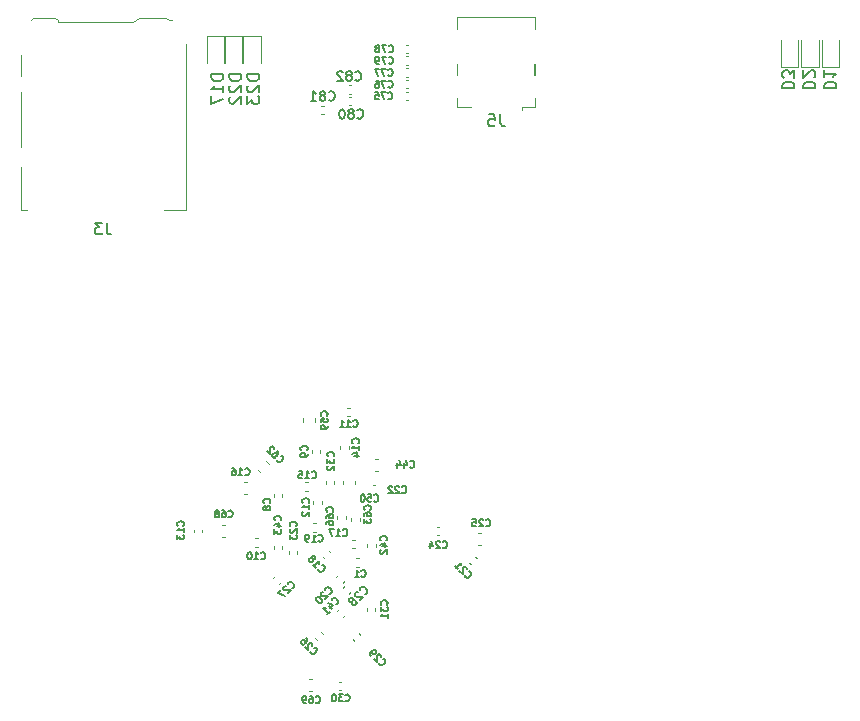
<source format=gbr>
%TF.GenerationSoftware,KiCad,Pcbnew,5.1.10-88a1d61d58~89~ubuntu20.04.1*%
%TF.CreationDate,2021-07-13T22:21:08+02:00*%
%TF.ProjectId,max80,6d617838-302e-46b6-9963-61645f706362,0.01*%
%TF.SameCoordinates,Original*%
%TF.FileFunction,Legend,Bot*%
%TF.FilePolarity,Positive*%
%FSLAX46Y46*%
G04 Gerber Fmt 4.6, Leading zero omitted, Abs format (unit mm)*
G04 Created by KiCad (PCBNEW 5.1.10-88a1d61d58~89~ubuntu20.04.1) date 2021-07-13 22:21:08*
%MOMM*%
%LPD*%
G01*
G04 APERTURE LIST*
%ADD10C,0.120000*%
%ADD11C,0.150000*%
G04 APERTURE END LIST*
D10*
%TO.C,J5*%
X153745000Y-48550000D02*
X153745000Y-48750000D01*
X153745000Y-48550000D02*
X154905000Y-48550000D01*
X148285000Y-40930000D02*
X148285000Y-41890000D01*
X148285000Y-44890000D02*
X148285000Y-45790000D01*
X148285000Y-47740000D02*
X148285000Y-48550000D01*
X148285000Y-48550000D02*
X149445000Y-48550000D01*
X154905000Y-48550000D02*
X154905000Y-47740000D01*
D11*
X154905000Y-45790000D02*
X154905000Y-44890000D01*
D10*
X154905000Y-41890000D02*
X154905000Y-40930000D01*
X148285000Y-40930000D02*
X154905000Y-40930000D01*
%TO.C,C44*%
X141329420Y-79330000D02*
X141610580Y-79330000D01*
X141329420Y-78310000D02*
X141610580Y-78310000D01*
%TO.C,J3*%
X121365000Y-40955000D02*
X120855000Y-41305000D01*
X123875000Y-41155000D02*
X124135000Y-41155000D01*
X123675000Y-40955000D02*
X123875000Y-41155000D01*
X114275000Y-40955000D02*
X114485000Y-41155000D01*
X114485000Y-41305000D02*
X114485000Y-41155000D01*
X114485000Y-41305000D02*
X120855000Y-41305000D01*
X111385000Y-45915000D02*
X111385000Y-44115000D01*
X111385000Y-51915000D02*
X111385000Y-47215000D01*
X112415000Y-40955000D02*
X112215000Y-41155000D01*
X112415000Y-40955000D02*
X114275000Y-40955000D01*
X123675000Y-40955000D02*
X121365000Y-40955000D01*
X111385000Y-57225000D02*
X111385000Y-53615000D01*
X111835000Y-57225000D02*
X111385000Y-57225000D01*
X125355000Y-57225000D02*
X125355000Y-43215000D01*
X123435000Y-57225000D02*
X125355000Y-57225000D01*
%TO.C,C82*%
X139317836Y-46670000D02*
X139102164Y-46670000D01*
X139317836Y-47390000D02*
X139102164Y-47390000D01*
%TO.C,C81*%
X137017836Y-48420000D02*
X136802164Y-48420000D01*
X137017836Y-49140000D02*
X136802164Y-49140000D01*
%TO.C,C80*%
X139317836Y-47650000D02*
X139102164Y-47650000D01*
X139317836Y-48370000D02*
X139102164Y-48370000D01*
%TO.C,C79*%
X144137836Y-44250000D02*
X143922164Y-44250000D01*
X144137836Y-44970000D02*
X143922164Y-44970000D01*
%TO.C,C78*%
X144137836Y-43250000D02*
X143922164Y-43250000D01*
X144137836Y-43970000D02*
X143922164Y-43970000D01*
%TO.C,C77*%
X144137836Y-45250000D02*
X143922164Y-45250000D01*
X144137836Y-45970000D02*
X143922164Y-45970000D01*
%TO.C,C76*%
X144137836Y-46240000D02*
X143922164Y-46240000D01*
X144137836Y-46960000D02*
X143922164Y-46960000D01*
%TO.C,C75*%
X144137836Y-47240000D02*
X143922164Y-47240000D01*
X144137836Y-47960000D02*
X143922164Y-47960000D01*
%TO.C,C62*%
X132350030Y-78718781D02*
X132151219Y-78519970D01*
X131628781Y-79440030D02*
X131429970Y-79241219D01*
%TO.C,C69*%
X136020580Y-96940000D02*
X135739420Y-96940000D01*
X136020580Y-97960000D02*
X135739420Y-97960000D01*
%TO.C,C68*%
X128680580Y-83930000D02*
X128399420Y-83930000D01*
X128680580Y-84950000D02*
X128399420Y-84950000D01*
%TO.C,C59*%
X136300000Y-75170580D02*
X136300000Y-74889420D01*
X135280000Y-75170580D02*
X135280000Y-74889420D01*
%TO.C,C50*%
X139640000Y-80440580D02*
X139640000Y-80159420D01*
X138620000Y-80440580D02*
X138620000Y-80159420D01*
%TO.C,C25*%
X150059420Y-85640000D02*
X150340580Y-85640000D01*
X150059420Y-84620000D02*
X150340580Y-84620000D01*
%TO.C,C16*%
X130490580Y-80240000D02*
X130209420Y-80240000D01*
X130490580Y-81260000D02*
X130209420Y-81260000D01*
%TO.C,C28*%
X138291104Y-91009779D02*
X138138601Y-91162282D01*
X138800221Y-91518896D02*
X138647718Y-91671399D01*
%TO.C,C43*%
X133480000Y-85907836D02*
X133480000Y-85692164D01*
X132760000Y-85907836D02*
X132760000Y-85692164D01*
%TO.C,C42*%
X141410000Y-85737836D02*
X141410000Y-85522164D01*
X140690000Y-85737836D02*
X140690000Y-85522164D01*
%TO.C,C41*%
X139108307Y-89740810D02*
X139260810Y-89588307D01*
X138599190Y-89231693D02*
X138751693Y-89079190D01*
%TO.C,C32*%
X137880000Y-80427836D02*
X137880000Y-80212164D01*
X137160000Y-80427836D02*
X137160000Y-80212164D01*
%TO.C,C31*%
X141340000Y-91157836D02*
X141340000Y-90942164D01*
X140620000Y-91157836D02*
X140620000Y-90942164D01*
%TO.C,C30*%
X138262164Y-97900000D02*
X138477836Y-97900000D01*
X138262164Y-97180000D02*
X138477836Y-97180000D01*
%TO.C,C29*%
X139435464Y-93564581D02*
X139587967Y-93717084D01*
X139944581Y-93055464D02*
X140097084Y-93207967D01*
%TO.C,C27*%
X133234581Y-88894536D02*
X133387084Y-88742033D01*
X132725464Y-88385419D02*
X132877967Y-88232916D01*
%TO.C,C26*%
X136920810Y-93111693D02*
X136768307Y-92959190D01*
X136411693Y-93620810D02*
X136259190Y-93468307D01*
%TO.C,C24*%
X146572164Y-84800000D02*
X146787836Y-84800000D01*
X146572164Y-84080000D02*
X146787836Y-84080000D01*
%TO.C,C23*%
X134020000Y-86142164D02*
X134020000Y-86357836D01*
X134740000Y-86142164D02*
X134740000Y-86357836D01*
%TO.C,C22*%
X141377836Y-80560000D02*
X141162164Y-80560000D01*
X141377836Y-81280000D02*
X141162164Y-81280000D01*
%TO.C,C21*%
X149299190Y-87098307D02*
X149451693Y-87250810D01*
X149808307Y-86589190D02*
X149960810Y-86741693D01*
%TO.C,C20*%
X138588307Y-88840810D02*
X138740810Y-88688307D01*
X138079190Y-88331693D02*
X138231693Y-88179190D01*
%TO.C,C19*%
X136122164Y-84480000D02*
X136337836Y-84480000D01*
X136122164Y-83760000D02*
X136337836Y-83760000D01*
%TO.C,C18*%
X136899190Y-86588307D02*
X137051693Y-86740810D01*
X137408307Y-86079190D02*
X137560810Y-86231693D01*
%TO.C,C17*%
X139627836Y-85180000D02*
X139412164Y-85180000D01*
X139627836Y-85900000D02*
X139412164Y-85900000D01*
%TO.C,C15*%
X135452164Y-81000000D02*
X135667836Y-81000000D01*
X135452164Y-80280000D02*
X135667836Y-80280000D01*
%TO.C,C14*%
X139110000Y-77477836D02*
X139110000Y-77262164D01*
X138390000Y-77477836D02*
X138390000Y-77262164D01*
%TO.C,C13*%
X126700000Y-84527836D02*
X126700000Y-84312164D01*
X125980000Y-84527836D02*
X125980000Y-84312164D01*
%TO.C,C12*%
X136820000Y-82137836D02*
X136820000Y-81922164D01*
X136100000Y-82137836D02*
X136100000Y-81922164D01*
%TO.C,C11*%
X139002164Y-74730000D02*
X139217836Y-74730000D01*
X139002164Y-74010000D02*
X139217836Y-74010000D01*
%TO.C,C10*%
X131192164Y-85750000D02*
X131407836Y-85750000D01*
X131192164Y-85030000D02*
X131407836Y-85030000D01*
%TO.C,C9*%
X136710000Y-77787836D02*
X136710000Y-77572164D01*
X135990000Y-77787836D02*
X135990000Y-77572164D01*
%TO.C,C8*%
X133480000Y-81507836D02*
X133480000Y-81292164D01*
X132760000Y-81507836D02*
X132760000Y-81292164D01*
%TO.C,C1*%
X139967836Y-86740000D02*
X139752164Y-86740000D01*
X139967836Y-87460000D02*
X139752164Y-87460000D01*
%TO.C,C66*%
X138130000Y-83162164D02*
X138130000Y-83377836D01*
X138850000Y-83162164D02*
X138850000Y-83377836D01*
%TO.C,C63*%
X140050000Y-83547836D02*
X140050000Y-83332164D01*
X139330000Y-83547836D02*
X139330000Y-83332164D01*
%TO.C,D23*%
X131655000Y-42505000D02*
X131655000Y-44790000D01*
X130185000Y-42505000D02*
X131655000Y-42505000D01*
X130185000Y-44790000D02*
X130185000Y-42505000D01*
%TO.C,D22*%
X130105000Y-42505000D02*
X130105000Y-44790000D01*
X128635000Y-42505000D02*
X130105000Y-42505000D01*
X128635000Y-44790000D02*
X128635000Y-42505000D01*
%TO.C,D17*%
X128555000Y-42505000D02*
X128555000Y-44790000D01*
X127085000Y-42505000D02*
X128555000Y-42505000D01*
X127085000Y-44790000D02*
X127085000Y-42505000D01*
%TO.C,D3*%
X175686100Y-45178600D02*
X175686100Y-42893600D01*
X177156100Y-45178600D02*
X175686100Y-45178600D01*
X177156100Y-42893600D02*
X177156100Y-45178600D01*
%TO.C,D2*%
X177436100Y-45178600D02*
X177436100Y-42893600D01*
X178906100Y-45178600D02*
X177436100Y-45178600D01*
X178906100Y-42893600D02*
X178906100Y-45178600D01*
%TO.C,D1*%
X179186100Y-45178600D02*
X179186100Y-42893600D01*
X180656100Y-45178600D02*
X179186100Y-45178600D01*
X180656100Y-42893600D02*
X180656100Y-45178600D01*
%TO.C,J5*%
D11*
X151928333Y-49142380D02*
X151928333Y-49856666D01*
X151975952Y-49999523D01*
X152071190Y-50094761D01*
X152214047Y-50142380D01*
X152309285Y-50142380D01*
X150975952Y-49142380D02*
X151452142Y-49142380D01*
X151499761Y-49618571D01*
X151452142Y-49570952D01*
X151356904Y-49523333D01*
X151118809Y-49523333D01*
X151023571Y-49570952D01*
X150975952Y-49618571D01*
X150928333Y-49713809D01*
X150928333Y-49951904D01*
X150975952Y-50047142D01*
X151023571Y-50094761D01*
X151118809Y-50142380D01*
X151356904Y-50142380D01*
X151452142Y-50094761D01*
X151499761Y-50047142D01*
%TO.C,C44*%
X144305714Y-79004285D02*
X144334285Y-79032857D01*
X144420000Y-79061428D01*
X144477142Y-79061428D01*
X144562857Y-79032857D01*
X144620000Y-78975714D01*
X144648571Y-78918571D01*
X144677142Y-78804285D01*
X144677142Y-78718571D01*
X144648571Y-78604285D01*
X144620000Y-78547142D01*
X144562857Y-78490000D01*
X144477142Y-78461428D01*
X144420000Y-78461428D01*
X144334285Y-78490000D01*
X144305714Y-78518571D01*
X143791428Y-78661428D02*
X143791428Y-79061428D01*
X143934285Y-78432857D02*
X144077142Y-78861428D01*
X143705714Y-78861428D01*
X143220000Y-78661428D02*
X143220000Y-79061428D01*
X143362857Y-78432857D02*
X143505714Y-78861428D01*
X143134285Y-78861428D01*
%TO.C,J3*%
X118618333Y-58317380D02*
X118618333Y-59031666D01*
X118665952Y-59174523D01*
X118761190Y-59269761D01*
X118904047Y-59317380D01*
X118999285Y-59317380D01*
X118237380Y-58317380D02*
X117618333Y-58317380D01*
X117951666Y-58698333D01*
X117808809Y-58698333D01*
X117713571Y-58745952D01*
X117665952Y-58793571D01*
X117618333Y-58888809D01*
X117618333Y-59126904D01*
X117665952Y-59222142D01*
X117713571Y-59269761D01*
X117808809Y-59317380D01*
X118094523Y-59317380D01*
X118189761Y-59269761D01*
X118237380Y-59222142D01*
%TO.C,C82*%
X139684285Y-46235714D02*
X139722380Y-46273809D01*
X139836666Y-46311904D01*
X139912857Y-46311904D01*
X140027142Y-46273809D01*
X140103333Y-46197619D01*
X140141428Y-46121428D01*
X140179523Y-45969047D01*
X140179523Y-45854761D01*
X140141428Y-45702380D01*
X140103333Y-45626190D01*
X140027142Y-45550000D01*
X139912857Y-45511904D01*
X139836666Y-45511904D01*
X139722380Y-45550000D01*
X139684285Y-45588095D01*
X139227142Y-45854761D02*
X139303333Y-45816666D01*
X139341428Y-45778571D01*
X139379523Y-45702380D01*
X139379523Y-45664285D01*
X139341428Y-45588095D01*
X139303333Y-45550000D01*
X139227142Y-45511904D01*
X139074761Y-45511904D01*
X138998571Y-45550000D01*
X138960476Y-45588095D01*
X138922380Y-45664285D01*
X138922380Y-45702380D01*
X138960476Y-45778571D01*
X138998571Y-45816666D01*
X139074761Y-45854761D01*
X139227142Y-45854761D01*
X139303333Y-45892857D01*
X139341428Y-45930952D01*
X139379523Y-46007142D01*
X139379523Y-46159523D01*
X139341428Y-46235714D01*
X139303333Y-46273809D01*
X139227142Y-46311904D01*
X139074761Y-46311904D01*
X138998571Y-46273809D01*
X138960476Y-46235714D01*
X138922380Y-46159523D01*
X138922380Y-46007142D01*
X138960476Y-45930952D01*
X138998571Y-45892857D01*
X139074761Y-45854761D01*
X138617619Y-45588095D02*
X138579523Y-45550000D01*
X138503333Y-45511904D01*
X138312857Y-45511904D01*
X138236666Y-45550000D01*
X138198571Y-45588095D01*
X138160476Y-45664285D01*
X138160476Y-45740476D01*
X138198571Y-45854761D01*
X138655714Y-46311904D01*
X138160476Y-46311904D01*
%TO.C,C81*%
X137424285Y-47905714D02*
X137462380Y-47943809D01*
X137576666Y-47981904D01*
X137652857Y-47981904D01*
X137767142Y-47943809D01*
X137843333Y-47867619D01*
X137881428Y-47791428D01*
X137919523Y-47639047D01*
X137919523Y-47524761D01*
X137881428Y-47372380D01*
X137843333Y-47296190D01*
X137767142Y-47220000D01*
X137652857Y-47181904D01*
X137576666Y-47181904D01*
X137462380Y-47220000D01*
X137424285Y-47258095D01*
X136967142Y-47524761D02*
X137043333Y-47486666D01*
X137081428Y-47448571D01*
X137119523Y-47372380D01*
X137119523Y-47334285D01*
X137081428Y-47258095D01*
X137043333Y-47220000D01*
X136967142Y-47181904D01*
X136814761Y-47181904D01*
X136738571Y-47220000D01*
X136700476Y-47258095D01*
X136662380Y-47334285D01*
X136662380Y-47372380D01*
X136700476Y-47448571D01*
X136738571Y-47486666D01*
X136814761Y-47524761D01*
X136967142Y-47524761D01*
X137043333Y-47562857D01*
X137081428Y-47600952D01*
X137119523Y-47677142D01*
X137119523Y-47829523D01*
X137081428Y-47905714D01*
X137043333Y-47943809D01*
X136967142Y-47981904D01*
X136814761Y-47981904D01*
X136738571Y-47943809D01*
X136700476Y-47905714D01*
X136662380Y-47829523D01*
X136662380Y-47677142D01*
X136700476Y-47600952D01*
X136738571Y-47562857D01*
X136814761Y-47524761D01*
X135900476Y-47981904D02*
X136357619Y-47981904D01*
X136129047Y-47981904D02*
X136129047Y-47181904D01*
X136205238Y-47296190D01*
X136281428Y-47372380D01*
X136357619Y-47410476D01*
%TO.C,C80*%
X139844285Y-49425714D02*
X139882380Y-49463809D01*
X139996666Y-49501904D01*
X140072857Y-49501904D01*
X140187142Y-49463809D01*
X140263333Y-49387619D01*
X140301428Y-49311428D01*
X140339523Y-49159047D01*
X140339523Y-49044761D01*
X140301428Y-48892380D01*
X140263333Y-48816190D01*
X140187142Y-48740000D01*
X140072857Y-48701904D01*
X139996666Y-48701904D01*
X139882380Y-48740000D01*
X139844285Y-48778095D01*
X139387142Y-49044761D02*
X139463333Y-49006666D01*
X139501428Y-48968571D01*
X139539523Y-48892380D01*
X139539523Y-48854285D01*
X139501428Y-48778095D01*
X139463333Y-48740000D01*
X139387142Y-48701904D01*
X139234761Y-48701904D01*
X139158571Y-48740000D01*
X139120476Y-48778095D01*
X139082380Y-48854285D01*
X139082380Y-48892380D01*
X139120476Y-48968571D01*
X139158571Y-49006666D01*
X139234761Y-49044761D01*
X139387142Y-49044761D01*
X139463333Y-49082857D01*
X139501428Y-49120952D01*
X139539523Y-49197142D01*
X139539523Y-49349523D01*
X139501428Y-49425714D01*
X139463333Y-49463809D01*
X139387142Y-49501904D01*
X139234761Y-49501904D01*
X139158571Y-49463809D01*
X139120476Y-49425714D01*
X139082380Y-49349523D01*
X139082380Y-49197142D01*
X139120476Y-49120952D01*
X139158571Y-49082857D01*
X139234761Y-49044761D01*
X138587142Y-48701904D02*
X138510952Y-48701904D01*
X138434761Y-48740000D01*
X138396666Y-48778095D01*
X138358571Y-48854285D01*
X138320476Y-49006666D01*
X138320476Y-49197142D01*
X138358571Y-49349523D01*
X138396666Y-49425714D01*
X138434761Y-49463809D01*
X138510952Y-49501904D01*
X138587142Y-49501904D01*
X138663333Y-49463809D01*
X138701428Y-49425714D01*
X138739523Y-49349523D01*
X138777619Y-49197142D01*
X138777619Y-49006666D01*
X138739523Y-48854285D01*
X138701428Y-48778095D01*
X138663333Y-48740000D01*
X138587142Y-48701904D01*
%TO.C,C79*%
X142495714Y-44814285D02*
X142524285Y-44842857D01*
X142610000Y-44871428D01*
X142667142Y-44871428D01*
X142752857Y-44842857D01*
X142810000Y-44785714D01*
X142838571Y-44728571D01*
X142867142Y-44614285D01*
X142867142Y-44528571D01*
X142838571Y-44414285D01*
X142810000Y-44357142D01*
X142752857Y-44300000D01*
X142667142Y-44271428D01*
X142610000Y-44271428D01*
X142524285Y-44300000D01*
X142495714Y-44328571D01*
X142295714Y-44271428D02*
X141895714Y-44271428D01*
X142152857Y-44871428D01*
X141638571Y-44871428D02*
X141524285Y-44871428D01*
X141467142Y-44842857D01*
X141438571Y-44814285D01*
X141381428Y-44728571D01*
X141352857Y-44614285D01*
X141352857Y-44385714D01*
X141381428Y-44328571D01*
X141410000Y-44300000D01*
X141467142Y-44271428D01*
X141581428Y-44271428D01*
X141638571Y-44300000D01*
X141667142Y-44328571D01*
X141695714Y-44385714D01*
X141695714Y-44528571D01*
X141667142Y-44585714D01*
X141638571Y-44614285D01*
X141581428Y-44642857D01*
X141467142Y-44642857D01*
X141410000Y-44614285D01*
X141381428Y-44585714D01*
X141352857Y-44528571D01*
%TO.C,C78*%
X142505714Y-43854285D02*
X142534285Y-43882857D01*
X142620000Y-43911428D01*
X142677142Y-43911428D01*
X142762857Y-43882857D01*
X142820000Y-43825714D01*
X142848571Y-43768571D01*
X142877142Y-43654285D01*
X142877142Y-43568571D01*
X142848571Y-43454285D01*
X142820000Y-43397142D01*
X142762857Y-43340000D01*
X142677142Y-43311428D01*
X142620000Y-43311428D01*
X142534285Y-43340000D01*
X142505714Y-43368571D01*
X142305714Y-43311428D02*
X141905714Y-43311428D01*
X142162857Y-43911428D01*
X141591428Y-43568571D02*
X141648571Y-43540000D01*
X141677142Y-43511428D01*
X141705714Y-43454285D01*
X141705714Y-43425714D01*
X141677142Y-43368571D01*
X141648571Y-43340000D01*
X141591428Y-43311428D01*
X141477142Y-43311428D01*
X141420000Y-43340000D01*
X141391428Y-43368571D01*
X141362857Y-43425714D01*
X141362857Y-43454285D01*
X141391428Y-43511428D01*
X141420000Y-43540000D01*
X141477142Y-43568571D01*
X141591428Y-43568571D01*
X141648571Y-43597142D01*
X141677142Y-43625714D01*
X141705714Y-43682857D01*
X141705714Y-43797142D01*
X141677142Y-43854285D01*
X141648571Y-43882857D01*
X141591428Y-43911428D01*
X141477142Y-43911428D01*
X141420000Y-43882857D01*
X141391428Y-43854285D01*
X141362857Y-43797142D01*
X141362857Y-43682857D01*
X141391428Y-43625714D01*
X141420000Y-43597142D01*
X141477142Y-43568571D01*
%TO.C,C77*%
X142475714Y-45854285D02*
X142504285Y-45882857D01*
X142590000Y-45911428D01*
X142647142Y-45911428D01*
X142732857Y-45882857D01*
X142790000Y-45825714D01*
X142818571Y-45768571D01*
X142847142Y-45654285D01*
X142847142Y-45568571D01*
X142818571Y-45454285D01*
X142790000Y-45397142D01*
X142732857Y-45340000D01*
X142647142Y-45311428D01*
X142590000Y-45311428D01*
X142504285Y-45340000D01*
X142475714Y-45368571D01*
X142275714Y-45311428D02*
X141875714Y-45311428D01*
X142132857Y-45911428D01*
X141704285Y-45311428D02*
X141304285Y-45311428D01*
X141561428Y-45911428D01*
%TO.C,C76*%
X142475714Y-46844285D02*
X142504285Y-46872857D01*
X142590000Y-46901428D01*
X142647142Y-46901428D01*
X142732857Y-46872857D01*
X142790000Y-46815714D01*
X142818571Y-46758571D01*
X142847142Y-46644285D01*
X142847142Y-46558571D01*
X142818571Y-46444285D01*
X142790000Y-46387142D01*
X142732857Y-46330000D01*
X142647142Y-46301428D01*
X142590000Y-46301428D01*
X142504285Y-46330000D01*
X142475714Y-46358571D01*
X142275714Y-46301428D02*
X141875714Y-46301428D01*
X142132857Y-46901428D01*
X141390000Y-46301428D02*
X141504285Y-46301428D01*
X141561428Y-46330000D01*
X141590000Y-46358571D01*
X141647142Y-46444285D01*
X141675714Y-46558571D01*
X141675714Y-46787142D01*
X141647142Y-46844285D01*
X141618571Y-46872857D01*
X141561428Y-46901428D01*
X141447142Y-46901428D01*
X141390000Y-46872857D01*
X141361428Y-46844285D01*
X141332857Y-46787142D01*
X141332857Y-46644285D01*
X141361428Y-46587142D01*
X141390000Y-46558571D01*
X141447142Y-46530000D01*
X141561428Y-46530000D01*
X141618571Y-46558571D01*
X141647142Y-46587142D01*
X141675714Y-46644285D01*
%TO.C,C75*%
X142445714Y-47824285D02*
X142474285Y-47852857D01*
X142560000Y-47881428D01*
X142617142Y-47881428D01*
X142702857Y-47852857D01*
X142760000Y-47795714D01*
X142788571Y-47738571D01*
X142817142Y-47624285D01*
X142817142Y-47538571D01*
X142788571Y-47424285D01*
X142760000Y-47367142D01*
X142702857Y-47310000D01*
X142617142Y-47281428D01*
X142560000Y-47281428D01*
X142474285Y-47310000D01*
X142445714Y-47338571D01*
X142245714Y-47281428D02*
X141845714Y-47281428D01*
X142102857Y-47881428D01*
X141331428Y-47281428D02*
X141617142Y-47281428D01*
X141645714Y-47567142D01*
X141617142Y-47538571D01*
X141560000Y-47510000D01*
X141417142Y-47510000D01*
X141360000Y-47538571D01*
X141331428Y-47567142D01*
X141302857Y-47624285D01*
X141302857Y-47767142D01*
X141331428Y-47824285D01*
X141360000Y-47852857D01*
X141417142Y-47881428D01*
X141560000Y-47881428D01*
X141617142Y-47852857D01*
X141645714Y-47824285D01*
%TO.C,C62*%
X133022381Y-78393101D02*
X133022381Y-78433507D01*
X133062787Y-78514319D01*
X133103193Y-78554725D01*
X133184005Y-78595131D01*
X133264817Y-78595131D01*
X133325427Y-78574928D01*
X133426442Y-78514319D01*
X133487051Y-78453710D01*
X133547660Y-78352694D01*
X133567863Y-78292085D01*
X133567863Y-78211273D01*
X133527457Y-78130461D01*
X133487051Y-78090055D01*
X133406239Y-78049649D01*
X133365833Y-78049649D01*
X133042584Y-77645588D02*
X133123396Y-77726400D01*
X133143599Y-77787009D01*
X133143599Y-77827415D01*
X133123396Y-77928430D01*
X133062787Y-78029446D01*
X132901163Y-78191070D01*
X132840553Y-78211273D01*
X132800147Y-78211273D01*
X132739538Y-78191070D01*
X132658726Y-78110258D01*
X132638523Y-78049649D01*
X132638523Y-78009243D01*
X132658726Y-77948633D01*
X132759741Y-77847618D01*
X132820350Y-77827415D01*
X132860756Y-77827415D01*
X132921366Y-77847618D01*
X133002178Y-77928430D01*
X133022381Y-77989040D01*
X133022381Y-78029446D01*
X133002178Y-78090055D01*
X132800147Y-77483963D02*
X132800147Y-77443557D01*
X132779944Y-77382948D01*
X132678929Y-77281933D01*
X132618320Y-77261730D01*
X132577914Y-77261730D01*
X132517305Y-77281933D01*
X132476898Y-77322339D01*
X132436492Y-77403151D01*
X132436492Y-77888024D01*
X132173853Y-77625385D01*
%TO.C,C69*%
X136325714Y-98924285D02*
X136354285Y-98952857D01*
X136440000Y-98981428D01*
X136497142Y-98981428D01*
X136582857Y-98952857D01*
X136640000Y-98895714D01*
X136668571Y-98838571D01*
X136697142Y-98724285D01*
X136697142Y-98638571D01*
X136668571Y-98524285D01*
X136640000Y-98467142D01*
X136582857Y-98410000D01*
X136497142Y-98381428D01*
X136440000Y-98381428D01*
X136354285Y-98410000D01*
X136325714Y-98438571D01*
X135811428Y-98381428D02*
X135925714Y-98381428D01*
X135982857Y-98410000D01*
X136011428Y-98438571D01*
X136068571Y-98524285D01*
X136097142Y-98638571D01*
X136097142Y-98867142D01*
X136068571Y-98924285D01*
X136040000Y-98952857D01*
X135982857Y-98981428D01*
X135868571Y-98981428D01*
X135811428Y-98952857D01*
X135782857Y-98924285D01*
X135754285Y-98867142D01*
X135754285Y-98724285D01*
X135782857Y-98667142D01*
X135811428Y-98638571D01*
X135868571Y-98610000D01*
X135982857Y-98610000D01*
X136040000Y-98638571D01*
X136068571Y-98667142D01*
X136097142Y-98724285D01*
X135468571Y-98981428D02*
X135354285Y-98981428D01*
X135297142Y-98952857D01*
X135268571Y-98924285D01*
X135211428Y-98838571D01*
X135182857Y-98724285D01*
X135182857Y-98495714D01*
X135211428Y-98438571D01*
X135240000Y-98410000D01*
X135297142Y-98381428D01*
X135411428Y-98381428D01*
X135468571Y-98410000D01*
X135497142Y-98438571D01*
X135525714Y-98495714D01*
X135525714Y-98638571D01*
X135497142Y-98695714D01*
X135468571Y-98724285D01*
X135411428Y-98752857D01*
X135297142Y-98752857D01*
X135240000Y-98724285D01*
X135211428Y-98695714D01*
X135182857Y-98638571D01*
%TO.C,C68*%
X128925714Y-83224285D02*
X128954285Y-83252857D01*
X129040000Y-83281428D01*
X129097142Y-83281428D01*
X129182857Y-83252857D01*
X129240000Y-83195714D01*
X129268571Y-83138571D01*
X129297142Y-83024285D01*
X129297142Y-82938571D01*
X129268571Y-82824285D01*
X129240000Y-82767142D01*
X129182857Y-82710000D01*
X129097142Y-82681428D01*
X129040000Y-82681428D01*
X128954285Y-82710000D01*
X128925714Y-82738571D01*
X128411428Y-82681428D02*
X128525714Y-82681428D01*
X128582857Y-82710000D01*
X128611428Y-82738571D01*
X128668571Y-82824285D01*
X128697142Y-82938571D01*
X128697142Y-83167142D01*
X128668571Y-83224285D01*
X128640000Y-83252857D01*
X128582857Y-83281428D01*
X128468571Y-83281428D01*
X128411428Y-83252857D01*
X128382857Y-83224285D01*
X128354285Y-83167142D01*
X128354285Y-83024285D01*
X128382857Y-82967142D01*
X128411428Y-82938571D01*
X128468571Y-82910000D01*
X128582857Y-82910000D01*
X128640000Y-82938571D01*
X128668571Y-82967142D01*
X128697142Y-83024285D01*
X128011428Y-82938571D02*
X128068571Y-82910000D01*
X128097142Y-82881428D01*
X128125714Y-82824285D01*
X128125714Y-82795714D01*
X128097142Y-82738571D01*
X128068571Y-82710000D01*
X128011428Y-82681428D01*
X127897142Y-82681428D01*
X127840000Y-82710000D01*
X127811428Y-82738571D01*
X127782857Y-82795714D01*
X127782857Y-82824285D01*
X127811428Y-82881428D01*
X127840000Y-82910000D01*
X127897142Y-82938571D01*
X128011428Y-82938571D01*
X128068571Y-82967142D01*
X128097142Y-82995714D01*
X128125714Y-83052857D01*
X128125714Y-83167142D01*
X128097142Y-83224285D01*
X128068571Y-83252857D01*
X128011428Y-83281428D01*
X127897142Y-83281428D01*
X127840000Y-83252857D01*
X127811428Y-83224285D01*
X127782857Y-83167142D01*
X127782857Y-83052857D01*
X127811428Y-82995714D01*
X127840000Y-82967142D01*
X127897142Y-82938571D01*
%TO.C,C59*%
X137274285Y-74664285D02*
X137302857Y-74635714D01*
X137331428Y-74550000D01*
X137331428Y-74492857D01*
X137302857Y-74407142D01*
X137245714Y-74350000D01*
X137188571Y-74321428D01*
X137074285Y-74292857D01*
X136988571Y-74292857D01*
X136874285Y-74321428D01*
X136817142Y-74350000D01*
X136760000Y-74407142D01*
X136731428Y-74492857D01*
X136731428Y-74550000D01*
X136760000Y-74635714D01*
X136788571Y-74664285D01*
X136731428Y-75207142D02*
X136731428Y-74921428D01*
X137017142Y-74892857D01*
X136988571Y-74921428D01*
X136960000Y-74978571D01*
X136960000Y-75121428D01*
X136988571Y-75178571D01*
X137017142Y-75207142D01*
X137074285Y-75235714D01*
X137217142Y-75235714D01*
X137274285Y-75207142D01*
X137302857Y-75178571D01*
X137331428Y-75121428D01*
X137331428Y-74978571D01*
X137302857Y-74921428D01*
X137274285Y-74892857D01*
X137331428Y-75521428D02*
X137331428Y-75635714D01*
X137302857Y-75692857D01*
X137274285Y-75721428D01*
X137188571Y-75778571D01*
X137074285Y-75807142D01*
X136845714Y-75807142D01*
X136788571Y-75778571D01*
X136760000Y-75750000D01*
X136731428Y-75692857D01*
X136731428Y-75578571D01*
X136760000Y-75521428D01*
X136788571Y-75492857D01*
X136845714Y-75464285D01*
X136988571Y-75464285D01*
X137045714Y-75492857D01*
X137074285Y-75521428D01*
X137102857Y-75578571D01*
X137102857Y-75692857D01*
X137074285Y-75750000D01*
X137045714Y-75778571D01*
X136988571Y-75807142D01*
%TO.C,C50*%
X141255714Y-81874285D02*
X141284285Y-81902857D01*
X141370000Y-81931428D01*
X141427142Y-81931428D01*
X141512857Y-81902857D01*
X141570000Y-81845714D01*
X141598571Y-81788571D01*
X141627142Y-81674285D01*
X141627142Y-81588571D01*
X141598571Y-81474285D01*
X141570000Y-81417142D01*
X141512857Y-81360000D01*
X141427142Y-81331428D01*
X141370000Y-81331428D01*
X141284285Y-81360000D01*
X141255714Y-81388571D01*
X140712857Y-81331428D02*
X140998571Y-81331428D01*
X141027142Y-81617142D01*
X140998571Y-81588571D01*
X140941428Y-81560000D01*
X140798571Y-81560000D01*
X140741428Y-81588571D01*
X140712857Y-81617142D01*
X140684285Y-81674285D01*
X140684285Y-81817142D01*
X140712857Y-81874285D01*
X140741428Y-81902857D01*
X140798571Y-81931428D01*
X140941428Y-81931428D01*
X140998571Y-81902857D01*
X141027142Y-81874285D01*
X140312857Y-81331428D02*
X140255714Y-81331428D01*
X140198571Y-81360000D01*
X140170000Y-81388571D01*
X140141428Y-81445714D01*
X140112857Y-81560000D01*
X140112857Y-81702857D01*
X140141428Y-81817142D01*
X140170000Y-81874285D01*
X140198571Y-81902857D01*
X140255714Y-81931428D01*
X140312857Y-81931428D01*
X140370000Y-81902857D01*
X140398571Y-81874285D01*
X140427142Y-81817142D01*
X140455714Y-81702857D01*
X140455714Y-81560000D01*
X140427142Y-81445714D01*
X140398571Y-81388571D01*
X140370000Y-81360000D01*
X140312857Y-81331428D01*
%TO.C,C25*%
X150705714Y-83974285D02*
X150734285Y-84002857D01*
X150820000Y-84031428D01*
X150877142Y-84031428D01*
X150962857Y-84002857D01*
X151020000Y-83945714D01*
X151048571Y-83888571D01*
X151077142Y-83774285D01*
X151077142Y-83688571D01*
X151048571Y-83574285D01*
X151020000Y-83517142D01*
X150962857Y-83460000D01*
X150877142Y-83431428D01*
X150820000Y-83431428D01*
X150734285Y-83460000D01*
X150705714Y-83488571D01*
X150477142Y-83488571D02*
X150448571Y-83460000D01*
X150391428Y-83431428D01*
X150248571Y-83431428D01*
X150191428Y-83460000D01*
X150162857Y-83488571D01*
X150134285Y-83545714D01*
X150134285Y-83602857D01*
X150162857Y-83688571D01*
X150505714Y-84031428D01*
X150134285Y-84031428D01*
X149591428Y-83431428D02*
X149877142Y-83431428D01*
X149905714Y-83717142D01*
X149877142Y-83688571D01*
X149820000Y-83660000D01*
X149677142Y-83660000D01*
X149620000Y-83688571D01*
X149591428Y-83717142D01*
X149562857Y-83774285D01*
X149562857Y-83917142D01*
X149591428Y-83974285D01*
X149620000Y-84002857D01*
X149677142Y-84031428D01*
X149820000Y-84031428D01*
X149877142Y-84002857D01*
X149905714Y-83974285D01*
%TO.C,C16*%
X130345714Y-79664285D02*
X130374285Y-79692857D01*
X130460000Y-79721428D01*
X130517142Y-79721428D01*
X130602857Y-79692857D01*
X130660000Y-79635714D01*
X130688571Y-79578571D01*
X130717142Y-79464285D01*
X130717142Y-79378571D01*
X130688571Y-79264285D01*
X130660000Y-79207142D01*
X130602857Y-79150000D01*
X130517142Y-79121428D01*
X130460000Y-79121428D01*
X130374285Y-79150000D01*
X130345714Y-79178571D01*
X129774285Y-79721428D02*
X130117142Y-79721428D01*
X129945714Y-79721428D02*
X129945714Y-79121428D01*
X130002857Y-79207142D01*
X130060000Y-79264285D01*
X130117142Y-79292857D01*
X129260000Y-79121428D02*
X129374285Y-79121428D01*
X129431428Y-79150000D01*
X129460000Y-79178571D01*
X129517142Y-79264285D01*
X129545714Y-79378571D01*
X129545714Y-79607142D01*
X129517142Y-79664285D01*
X129488571Y-79692857D01*
X129431428Y-79721428D01*
X129317142Y-79721428D01*
X129260000Y-79692857D01*
X129231428Y-79664285D01*
X129202857Y-79607142D01*
X129202857Y-79464285D01*
X129231428Y-79407142D01*
X129260000Y-79378571D01*
X129317142Y-79350000D01*
X129431428Y-79350000D01*
X129488571Y-79378571D01*
X129517142Y-79407142D01*
X129545714Y-79464285D01*
%TO.C,C28*%
X140464974Y-89788578D02*
X140512115Y-89788578D01*
X140606396Y-89741438D01*
X140653536Y-89694297D01*
X140700677Y-89600016D01*
X140700677Y-89505735D01*
X140677106Y-89435025D01*
X140606396Y-89317174D01*
X140535685Y-89246463D01*
X140417834Y-89175752D01*
X140347123Y-89152182D01*
X140252842Y-89152182D01*
X140158561Y-89199322D01*
X140111421Y-89246463D01*
X140064280Y-89340744D01*
X140064280Y-89387884D01*
X139875719Y-89576446D02*
X139828578Y-89576446D01*
X139757867Y-89600016D01*
X139640016Y-89717867D01*
X139616446Y-89788578D01*
X139616446Y-89835719D01*
X139640016Y-89906429D01*
X139687157Y-89953570D01*
X139781438Y-90000710D01*
X140347123Y-90000710D01*
X140040710Y-90307123D01*
X139475025Y-90307123D02*
X139498595Y-90236412D01*
X139498595Y-90189272D01*
X139475025Y-90118561D01*
X139451455Y-90094991D01*
X139380744Y-90071421D01*
X139333603Y-90071421D01*
X139262893Y-90094991D01*
X139168612Y-90189272D01*
X139145042Y-90259983D01*
X139145042Y-90307123D01*
X139168612Y-90377834D01*
X139192182Y-90401404D01*
X139262893Y-90424974D01*
X139310033Y-90424974D01*
X139380744Y-90401404D01*
X139475025Y-90307123D01*
X139545735Y-90283553D01*
X139592876Y-90283553D01*
X139663587Y-90307123D01*
X139757867Y-90401404D01*
X139781438Y-90472115D01*
X139781438Y-90519255D01*
X139757867Y-90589966D01*
X139663587Y-90684247D01*
X139592876Y-90707817D01*
X139545735Y-90707817D01*
X139475025Y-90684247D01*
X139380744Y-90589966D01*
X139357174Y-90519255D01*
X139357174Y-90472115D01*
X139380744Y-90401404D01*
%TO.C,C43*%
X133364285Y-83514285D02*
X133392857Y-83485714D01*
X133421428Y-83400000D01*
X133421428Y-83342857D01*
X133392857Y-83257142D01*
X133335714Y-83200000D01*
X133278571Y-83171428D01*
X133164285Y-83142857D01*
X133078571Y-83142857D01*
X132964285Y-83171428D01*
X132907142Y-83200000D01*
X132850000Y-83257142D01*
X132821428Y-83342857D01*
X132821428Y-83400000D01*
X132850000Y-83485714D01*
X132878571Y-83514285D01*
X133021428Y-84028571D02*
X133421428Y-84028571D01*
X132792857Y-83885714D02*
X133221428Y-83742857D01*
X133221428Y-84114285D01*
X132821428Y-84285714D02*
X132821428Y-84657142D01*
X133050000Y-84457142D01*
X133050000Y-84542857D01*
X133078571Y-84600000D01*
X133107142Y-84628571D01*
X133164285Y-84657142D01*
X133307142Y-84657142D01*
X133364285Y-84628571D01*
X133392857Y-84600000D01*
X133421428Y-84542857D01*
X133421428Y-84371428D01*
X133392857Y-84314285D01*
X133364285Y-84285714D01*
%TO.C,C42*%
X142304285Y-85214285D02*
X142332857Y-85185714D01*
X142361428Y-85100000D01*
X142361428Y-85042857D01*
X142332857Y-84957142D01*
X142275714Y-84900000D01*
X142218571Y-84871428D01*
X142104285Y-84842857D01*
X142018571Y-84842857D01*
X141904285Y-84871428D01*
X141847142Y-84900000D01*
X141790000Y-84957142D01*
X141761428Y-85042857D01*
X141761428Y-85100000D01*
X141790000Y-85185714D01*
X141818571Y-85214285D01*
X141961428Y-85728571D02*
X142361428Y-85728571D01*
X141732857Y-85585714D02*
X142161428Y-85442857D01*
X142161428Y-85814285D01*
X141818571Y-86014285D02*
X141790000Y-86042857D01*
X141761428Y-86100000D01*
X141761428Y-86242857D01*
X141790000Y-86300000D01*
X141818571Y-86328571D01*
X141875714Y-86357142D01*
X141932857Y-86357142D01*
X142018571Y-86328571D01*
X142361428Y-85985714D01*
X142361428Y-86357142D01*
%TO.C,C41*%
X138024264Y-90638781D02*
X138064670Y-90638781D01*
X138145482Y-90598375D01*
X138185888Y-90557969D01*
X138226294Y-90477157D01*
X138226294Y-90396345D01*
X138206091Y-90335735D01*
X138145482Y-90234720D01*
X138084873Y-90174111D01*
X137983857Y-90113502D01*
X137923248Y-90093299D01*
X137842436Y-90093299D01*
X137761624Y-90133705D01*
X137721218Y-90174111D01*
X137680812Y-90254923D01*
X137680812Y-90295329D01*
X137418172Y-90760000D02*
X137701015Y-91042842D01*
X137357563Y-90497360D02*
X137761624Y-90699390D01*
X137498984Y-90962030D01*
X137256548Y-91487309D02*
X137498984Y-91244873D01*
X137377766Y-91366091D02*
X136953502Y-90941827D01*
X137054517Y-90962030D01*
X137135329Y-90962030D01*
X137195938Y-90941827D01*
%TO.C,C32*%
X137834285Y-78114285D02*
X137862857Y-78085714D01*
X137891428Y-78000000D01*
X137891428Y-77942857D01*
X137862857Y-77857142D01*
X137805714Y-77800000D01*
X137748571Y-77771428D01*
X137634285Y-77742857D01*
X137548571Y-77742857D01*
X137434285Y-77771428D01*
X137377142Y-77800000D01*
X137320000Y-77857142D01*
X137291428Y-77942857D01*
X137291428Y-78000000D01*
X137320000Y-78085714D01*
X137348571Y-78114285D01*
X137291428Y-78314285D02*
X137291428Y-78685714D01*
X137520000Y-78485714D01*
X137520000Y-78571428D01*
X137548571Y-78628571D01*
X137577142Y-78657142D01*
X137634285Y-78685714D01*
X137777142Y-78685714D01*
X137834285Y-78657142D01*
X137862857Y-78628571D01*
X137891428Y-78571428D01*
X137891428Y-78400000D01*
X137862857Y-78342857D01*
X137834285Y-78314285D01*
X137348571Y-78914285D02*
X137320000Y-78942857D01*
X137291428Y-79000000D01*
X137291428Y-79142857D01*
X137320000Y-79200000D01*
X137348571Y-79228571D01*
X137405714Y-79257142D01*
X137462857Y-79257142D01*
X137548571Y-79228571D01*
X137891428Y-78885714D01*
X137891428Y-79257142D01*
%TO.C,C31*%
X142354285Y-90664285D02*
X142382857Y-90635714D01*
X142411428Y-90550000D01*
X142411428Y-90492857D01*
X142382857Y-90407142D01*
X142325714Y-90350000D01*
X142268571Y-90321428D01*
X142154285Y-90292857D01*
X142068571Y-90292857D01*
X141954285Y-90321428D01*
X141897142Y-90350000D01*
X141840000Y-90407142D01*
X141811428Y-90492857D01*
X141811428Y-90550000D01*
X141840000Y-90635714D01*
X141868571Y-90664285D01*
X141811428Y-90864285D02*
X141811428Y-91235714D01*
X142040000Y-91035714D01*
X142040000Y-91121428D01*
X142068571Y-91178571D01*
X142097142Y-91207142D01*
X142154285Y-91235714D01*
X142297142Y-91235714D01*
X142354285Y-91207142D01*
X142382857Y-91178571D01*
X142411428Y-91121428D01*
X142411428Y-90950000D01*
X142382857Y-90892857D01*
X142354285Y-90864285D01*
X142411428Y-91807142D02*
X142411428Y-91464285D01*
X142411428Y-91635714D02*
X141811428Y-91635714D01*
X141897142Y-91578571D01*
X141954285Y-91521428D01*
X141982857Y-91464285D01*
%TO.C,C30*%
X138825714Y-98794285D02*
X138854285Y-98822857D01*
X138940000Y-98851428D01*
X138997142Y-98851428D01*
X139082857Y-98822857D01*
X139140000Y-98765714D01*
X139168571Y-98708571D01*
X139197142Y-98594285D01*
X139197142Y-98508571D01*
X139168571Y-98394285D01*
X139140000Y-98337142D01*
X139082857Y-98280000D01*
X138997142Y-98251428D01*
X138940000Y-98251428D01*
X138854285Y-98280000D01*
X138825714Y-98308571D01*
X138625714Y-98251428D02*
X138254285Y-98251428D01*
X138454285Y-98480000D01*
X138368571Y-98480000D01*
X138311428Y-98508571D01*
X138282857Y-98537142D01*
X138254285Y-98594285D01*
X138254285Y-98737142D01*
X138282857Y-98794285D01*
X138311428Y-98822857D01*
X138368571Y-98851428D01*
X138540000Y-98851428D01*
X138597142Y-98822857D01*
X138625714Y-98794285D01*
X137882857Y-98251428D02*
X137825714Y-98251428D01*
X137768571Y-98280000D01*
X137740000Y-98308571D01*
X137711428Y-98365714D01*
X137682857Y-98480000D01*
X137682857Y-98622857D01*
X137711428Y-98737142D01*
X137740000Y-98794285D01*
X137768571Y-98822857D01*
X137825714Y-98851428D01*
X137882857Y-98851428D01*
X137940000Y-98822857D01*
X137968571Y-98794285D01*
X137997142Y-98737142D01*
X138025714Y-98622857D01*
X138025714Y-98480000D01*
X137997142Y-98365714D01*
X137968571Y-98308571D01*
X137940000Y-98280000D01*
X137882857Y-98251428D01*
%TO.C,C29*%
X141671218Y-95604264D02*
X141671218Y-95644670D01*
X141711624Y-95725482D01*
X141752030Y-95765888D01*
X141832842Y-95806294D01*
X141913654Y-95806294D01*
X141974264Y-95786091D01*
X142075279Y-95725482D01*
X142135888Y-95664873D01*
X142196497Y-95563857D01*
X142216700Y-95503248D01*
X142216700Y-95422436D01*
X142176294Y-95341624D01*
X142135888Y-95301218D01*
X142055076Y-95260812D01*
X142014670Y-95260812D01*
X141853045Y-95099187D02*
X141853045Y-95058781D01*
X141832842Y-94998172D01*
X141731827Y-94897157D01*
X141671218Y-94876954D01*
X141630812Y-94876954D01*
X141570203Y-94897157D01*
X141529796Y-94937563D01*
X141489390Y-95018375D01*
X141489390Y-95503248D01*
X141226751Y-95240609D01*
X141024720Y-95038578D02*
X140943908Y-94957766D01*
X140923705Y-94897157D01*
X140923705Y-94856751D01*
X140943908Y-94755735D01*
X141004517Y-94654720D01*
X141166142Y-94493096D01*
X141226751Y-94472893D01*
X141267157Y-94472893D01*
X141327766Y-94493096D01*
X141408578Y-94573908D01*
X141428781Y-94634517D01*
X141428781Y-94674923D01*
X141408578Y-94735532D01*
X141307563Y-94836548D01*
X141246954Y-94856751D01*
X141206548Y-94856751D01*
X141145938Y-94836548D01*
X141065126Y-94755735D01*
X141044923Y-94695126D01*
X141044923Y-94654720D01*
X141065126Y-94594111D01*
%TO.C,C27*%
X134300782Y-89262751D02*
X134341188Y-89262751D01*
X134422000Y-89222345D01*
X134462406Y-89181939D01*
X134502812Y-89101127D01*
X134502812Y-89020315D01*
X134482609Y-88959705D01*
X134422000Y-88858690D01*
X134361391Y-88798081D01*
X134260375Y-88737472D01*
X134199766Y-88717269D01*
X134118954Y-88717269D01*
X134038142Y-88757675D01*
X133997736Y-88798081D01*
X133957330Y-88878893D01*
X133957330Y-88919299D01*
X133795705Y-89080924D02*
X133755299Y-89080924D01*
X133694690Y-89101127D01*
X133593675Y-89202142D01*
X133573472Y-89262751D01*
X133573472Y-89303157D01*
X133593675Y-89363766D01*
X133634081Y-89404173D01*
X133714893Y-89444579D01*
X134199766Y-89444579D01*
X133937127Y-89707218D01*
X133371441Y-89424376D02*
X133088599Y-89707218D01*
X133694690Y-89949655D01*
%TO.C,C26*%
X135851218Y-94634264D02*
X135851218Y-94674670D01*
X135891624Y-94755482D01*
X135932030Y-94795888D01*
X136012842Y-94836294D01*
X136093654Y-94836294D01*
X136154264Y-94816091D01*
X136255279Y-94755482D01*
X136315888Y-94694873D01*
X136376497Y-94593857D01*
X136396700Y-94533248D01*
X136396700Y-94452436D01*
X136356294Y-94371624D01*
X136315888Y-94331218D01*
X136235076Y-94290812D01*
X136194670Y-94290812D01*
X136033045Y-94129187D02*
X136033045Y-94088781D01*
X136012842Y-94028172D01*
X135911827Y-93927157D01*
X135851218Y-93906954D01*
X135810812Y-93906954D01*
X135750203Y-93927157D01*
X135709796Y-93967563D01*
X135669390Y-94048375D01*
X135669390Y-94533248D01*
X135406751Y-94270609D01*
X135467360Y-93482690D02*
X135548172Y-93563502D01*
X135568375Y-93624111D01*
X135568375Y-93664517D01*
X135548172Y-93765532D01*
X135487563Y-93866548D01*
X135325938Y-94028172D01*
X135265329Y-94048375D01*
X135224923Y-94048375D01*
X135164314Y-94028172D01*
X135083502Y-93947360D01*
X135063299Y-93886751D01*
X135063299Y-93846345D01*
X135083502Y-93785735D01*
X135184517Y-93684720D01*
X135245126Y-93664517D01*
X135285532Y-93664517D01*
X135346142Y-93684720D01*
X135426954Y-93765532D01*
X135447157Y-93826142D01*
X135447157Y-93866548D01*
X135426954Y-93927157D01*
%TO.C,C24*%
X147065714Y-85814285D02*
X147094285Y-85842857D01*
X147180000Y-85871428D01*
X147237142Y-85871428D01*
X147322857Y-85842857D01*
X147380000Y-85785714D01*
X147408571Y-85728571D01*
X147437142Y-85614285D01*
X147437142Y-85528571D01*
X147408571Y-85414285D01*
X147380000Y-85357142D01*
X147322857Y-85300000D01*
X147237142Y-85271428D01*
X147180000Y-85271428D01*
X147094285Y-85300000D01*
X147065714Y-85328571D01*
X146837142Y-85328571D02*
X146808571Y-85300000D01*
X146751428Y-85271428D01*
X146608571Y-85271428D01*
X146551428Y-85300000D01*
X146522857Y-85328571D01*
X146494285Y-85385714D01*
X146494285Y-85442857D01*
X146522857Y-85528571D01*
X146865714Y-85871428D01*
X146494285Y-85871428D01*
X145980000Y-85471428D02*
X145980000Y-85871428D01*
X146122857Y-85242857D02*
X146265714Y-85671428D01*
X145894285Y-85671428D01*
%TO.C,C23*%
X134654285Y-83994285D02*
X134682857Y-83965714D01*
X134711428Y-83880000D01*
X134711428Y-83822857D01*
X134682857Y-83737142D01*
X134625714Y-83680000D01*
X134568571Y-83651428D01*
X134454285Y-83622857D01*
X134368571Y-83622857D01*
X134254285Y-83651428D01*
X134197142Y-83680000D01*
X134140000Y-83737142D01*
X134111428Y-83822857D01*
X134111428Y-83880000D01*
X134140000Y-83965714D01*
X134168571Y-83994285D01*
X134168571Y-84222857D02*
X134140000Y-84251428D01*
X134111428Y-84308571D01*
X134111428Y-84451428D01*
X134140000Y-84508571D01*
X134168571Y-84537142D01*
X134225714Y-84565714D01*
X134282857Y-84565714D01*
X134368571Y-84537142D01*
X134711428Y-84194285D01*
X134711428Y-84565714D01*
X134111428Y-84765714D02*
X134111428Y-85137142D01*
X134340000Y-84937142D01*
X134340000Y-85022857D01*
X134368571Y-85080000D01*
X134397142Y-85108571D01*
X134454285Y-85137142D01*
X134597142Y-85137142D01*
X134654285Y-85108571D01*
X134682857Y-85080000D01*
X134711428Y-85022857D01*
X134711428Y-84851428D01*
X134682857Y-84794285D01*
X134654285Y-84765714D01*
%TO.C,C22*%
X143615714Y-81164285D02*
X143644285Y-81192857D01*
X143730000Y-81221428D01*
X143787142Y-81221428D01*
X143872857Y-81192857D01*
X143930000Y-81135714D01*
X143958571Y-81078571D01*
X143987142Y-80964285D01*
X143987142Y-80878571D01*
X143958571Y-80764285D01*
X143930000Y-80707142D01*
X143872857Y-80650000D01*
X143787142Y-80621428D01*
X143730000Y-80621428D01*
X143644285Y-80650000D01*
X143615714Y-80678571D01*
X143387142Y-80678571D02*
X143358571Y-80650000D01*
X143301428Y-80621428D01*
X143158571Y-80621428D01*
X143101428Y-80650000D01*
X143072857Y-80678571D01*
X143044285Y-80735714D01*
X143044285Y-80792857D01*
X143072857Y-80878571D01*
X143415714Y-81221428D01*
X143044285Y-81221428D01*
X142815714Y-80678571D02*
X142787142Y-80650000D01*
X142730000Y-80621428D01*
X142587142Y-80621428D01*
X142530000Y-80650000D01*
X142501428Y-80678571D01*
X142472857Y-80735714D01*
X142472857Y-80792857D01*
X142501428Y-80878571D01*
X142844285Y-81221428D01*
X142472857Y-81221428D01*
%TO.C,C21*%
X148930974Y-88164508D02*
X148930974Y-88204914D01*
X148971380Y-88285726D01*
X149011786Y-88326132D01*
X149092598Y-88366538D01*
X149173410Y-88366538D01*
X149234020Y-88346335D01*
X149335035Y-88285726D01*
X149395644Y-88225117D01*
X149456253Y-88124101D01*
X149476456Y-88063492D01*
X149476456Y-87982680D01*
X149436050Y-87901868D01*
X149395644Y-87861462D01*
X149314832Y-87821056D01*
X149274426Y-87821056D01*
X149112801Y-87659431D02*
X149112801Y-87619025D01*
X149092598Y-87558416D01*
X148991583Y-87457401D01*
X148930974Y-87437198D01*
X148890568Y-87437198D01*
X148829959Y-87457401D01*
X148789552Y-87497807D01*
X148749146Y-87578619D01*
X148749146Y-88063492D01*
X148486507Y-87800853D01*
X148082446Y-87396792D02*
X148324882Y-87639228D01*
X148203664Y-87518010D02*
X148627928Y-87093746D01*
X148607725Y-87194761D01*
X148607725Y-87275573D01*
X148627928Y-87336182D01*
%TO.C,C20*%
X137464264Y-89748781D02*
X137504670Y-89748781D01*
X137585482Y-89708375D01*
X137625888Y-89667969D01*
X137666294Y-89587157D01*
X137666294Y-89506345D01*
X137646091Y-89445735D01*
X137585482Y-89344720D01*
X137524873Y-89284111D01*
X137423857Y-89223502D01*
X137363248Y-89203299D01*
X137282436Y-89203299D01*
X137201624Y-89243705D01*
X137161218Y-89284111D01*
X137120812Y-89364923D01*
X137120812Y-89405329D01*
X136959187Y-89566954D02*
X136918781Y-89566954D01*
X136858172Y-89587157D01*
X136757157Y-89688172D01*
X136736954Y-89748781D01*
X136736954Y-89789187D01*
X136757157Y-89849796D01*
X136797563Y-89890203D01*
X136878375Y-89930609D01*
X137363248Y-89930609D01*
X137100609Y-90193248D01*
X136413705Y-90031624D02*
X136373299Y-90072030D01*
X136353096Y-90132639D01*
X136353096Y-90173045D01*
X136373299Y-90233654D01*
X136433908Y-90334670D01*
X136534923Y-90435685D01*
X136635938Y-90496294D01*
X136696548Y-90516497D01*
X136736954Y-90516497D01*
X136797563Y-90496294D01*
X136837969Y-90455888D01*
X136858172Y-90395279D01*
X136858172Y-90354873D01*
X136837969Y-90294264D01*
X136777360Y-90193248D01*
X136676345Y-90092233D01*
X136575329Y-90031624D01*
X136514720Y-90011421D01*
X136474314Y-90011421D01*
X136413705Y-90031624D01*
%TO.C,C19*%
X136545714Y-85284285D02*
X136574285Y-85312857D01*
X136660000Y-85341428D01*
X136717142Y-85341428D01*
X136802857Y-85312857D01*
X136860000Y-85255714D01*
X136888571Y-85198571D01*
X136917142Y-85084285D01*
X136917142Y-84998571D01*
X136888571Y-84884285D01*
X136860000Y-84827142D01*
X136802857Y-84770000D01*
X136717142Y-84741428D01*
X136660000Y-84741428D01*
X136574285Y-84770000D01*
X136545714Y-84798571D01*
X135974285Y-85341428D02*
X136317142Y-85341428D01*
X136145714Y-85341428D02*
X136145714Y-84741428D01*
X136202857Y-84827142D01*
X136260000Y-84884285D01*
X136317142Y-84912857D01*
X135688571Y-85341428D02*
X135574285Y-85341428D01*
X135517142Y-85312857D01*
X135488571Y-85284285D01*
X135431428Y-85198571D01*
X135402857Y-85084285D01*
X135402857Y-84855714D01*
X135431428Y-84798571D01*
X135460000Y-84770000D01*
X135517142Y-84741428D01*
X135631428Y-84741428D01*
X135688571Y-84770000D01*
X135717142Y-84798571D01*
X135745714Y-84855714D01*
X135745714Y-84998571D01*
X135717142Y-85055714D01*
X135688571Y-85084285D01*
X135631428Y-85112857D01*
X135517142Y-85112857D01*
X135460000Y-85084285D01*
X135431428Y-85055714D01*
X135402857Y-84998571D01*
%TO.C,C18*%
X136530974Y-87654508D02*
X136530974Y-87694914D01*
X136571380Y-87775726D01*
X136611786Y-87816132D01*
X136692598Y-87856538D01*
X136773410Y-87856538D01*
X136834020Y-87836335D01*
X136935035Y-87775726D01*
X136995644Y-87715117D01*
X137056253Y-87614101D01*
X137076456Y-87553492D01*
X137076456Y-87472680D01*
X137036050Y-87391868D01*
X136995644Y-87351462D01*
X136914832Y-87311056D01*
X136874426Y-87311056D01*
X136086507Y-87290853D02*
X136328943Y-87533289D01*
X136207725Y-87412071D02*
X136631989Y-86987807D01*
X136611786Y-87088822D01*
X136611786Y-87169634D01*
X136631989Y-87230244D01*
X136086507Y-86805979D02*
X136147116Y-86826182D01*
X136187522Y-86826182D01*
X136248131Y-86805979D01*
X136268334Y-86785776D01*
X136288537Y-86725167D01*
X136288537Y-86684761D01*
X136268334Y-86624152D01*
X136187522Y-86543340D01*
X136126913Y-86523137D01*
X136086507Y-86523137D01*
X136025898Y-86543340D01*
X136005694Y-86563543D01*
X135985491Y-86624152D01*
X135985491Y-86664558D01*
X136005694Y-86725167D01*
X136086507Y-86805979D01*
X136106710Y-86866589D01*
X136106710Y-86906995D01*
X136086507Y-86967604D01*
X136005694Y-87048416D01*
X135945085Y-87068619D01*
X135904679Y-87068619D01*
X135844070Y-87048416D01*
X135763258Y-86967604D01*
X135743055Y-86906995D01*
X135743055Y-86866589D01*
X135763258Y-86805979D01*
X135844070Y-86725167D01*
X135904679Y-86704964D01*
X135945085Y-86704964D01*
X136005694Y-86725167D01*
%TO.C,C17*%
X138615714Y-84804285D02*
X138644285Y-84832857D01*
X138730000Y-84861428D01*
X138787142Y-84861428D01*
X138872857Y-84832857D01*
X138930000Y-84775714D01*
X138958571Y-84718571D01*
X138987142Y-84604285D01*
X138987142Y-84518571D01*
X138958571Y-84404285D01*
X138930000Y-84347142D01*
X138872857Y-84290000D01*
X138787142Y-84261428D01*
X138730000Y-84261428D01*
X138644285Y-84290000D01*
X138615714Y-84318571D01*
X138044285Y-84861428D02*
X138387142Y-84861428D01*
X138215714Y-84861428D02*
X138215714Y-84261428D01*
X138272857Y-84347142D01*
X138330000Y-84404285D01*
X138387142Y-84432857D01*
X137844285Y-84261428D02*
X137444285Y-84261428D01*
X137701428Y-84861428D01*
%TO.C,C15*%
X135985714Y-79914285D02*
X136014285Y-79942857D01*
X136100000Y-79971428D01*
X136157142Y-79971428D01*
X136242857Y-79942857D01*
X136300000Y-79885714D01*
X136328571Y-79828571D01*
X136357142Y-79714285D01*
X136357142Y-79628571D01*
X136328571Y-79514285D01*
X136300000Y-79457142D01*
X136242857Y-79400000D01*
X136157142Y-79371428D01*
X136100000Y-79371428D01*
X136014285Y-79400000D01*
X135985714Y-79428571D01*
X135414285Y-79971428D02*
X135757142Y-79971428D01*
X135585714Y-79971428D02*
X135585714Y-79371428D01*
X135642857Y-79457142D01*
X135700000Y-79514285D01*
X135757142Y-79542857D01*
X134871428Y-79371428D02*
X135157142Y-79371428D01*
X135185714Y-79657142D01*
X135157142Y-79628571D01*
X135100000Y-79600000D01*
X134957142Y-79600000D01*
X134900000Y-79628571D01*
X134871428Y-79657142D01*
X134842857Y-79714285D01*
X134842857Y-79857142D01*
X134871428Y-79914285D01*
X134900000Y-79942857D01*
X134957142Y-79971428D01*
X135100000Y-79971428D01*
X135157142Y-79942857D01*
X135185714Y-79914285D01*
%TO.C,C14*%
X139924285Y-76964285D02*
X139952857Y-76935714D01*
X139981428Y-76850000D01*
X139981428Y-76792857D01*
X139952857Y-76707142D01*
X139895714Y-76650000D01*
X139838571Y-76621428D01*
X139724285Y-76592857D01*
X139638571Y-76592857D01*
X139524285Y-76621428D01*
X139467142Y-76650000D01*
X139410000Y-76707142D01*
X139381428Y-76792857D01*
X139381428Y-76850000D01*
X139410000Y-76935714D01*
X139438571Y-76964285D01*
X139981428Y-77535714D02*
X139981428Y-77192857D01*
X139981428Y-77364285D02*
X139381428Y-77364285D01*
X139467142Y-77307142D01*
X139524285Y-77250000D01*
X139552857Y-77192857D01*
X139581428Y-78050000D02*
X139981428Y-78050000D01*
X139352857Y-77907142D02*
X139781428Y-77764285D01*
X139781428Y-78135714D01*
%TO.C,C13*%
X125114285Y-83974285D02*
X125142857Y-83945714D01*
X125171428Y-83860000D01*
X125171428Y-83802857D01*
X125142857Y-83717142D01*
X125085714Y-83660000D01*
X125028571Y-83631428D01*
X124914285Y-83602857D01*
X124828571Y-83602857D01*
X124714285Y-83631428D01*
X124657142Y-83660000D01*
X124600000Y-83717142D01*
X124571428Y-83802857D01*
X124571428Y-83860000D01*
X124600000Y-83945714D01*
X124628571Y-83974285D01*
X125171428Y-84545714D02*
X125171428Y-84202857D01*
X125171428Y-84374285D02*
X124571428Y-84374285D01*
X124657142Y-84317142D01*
X124714285Y-84260000D01*
X124742857Y-84202857D01*
X124571428Y-84745714D02*
X124571428Y-85117142D01*
X124800000Y-84917142D01*
X124800000Y-85002857D01*
X124828571Y-85060000D01*
X124857142Y-85088571D01*
X124914285Y-85117142D01*
X125057142Y-85117142D01*
X125114285Y-85088571D01*
X125142857Y-85060000D01*
X125171428Y-85002857D01*
X125171428Y-84831428D01*
X125142857Y-84774285D01*
X125114285Y-84745714D01*
%TO.C,C12*%
X135714285Y-82024285D02*
X135742857Y-81995714D01*
X135771428Y-81910000D01*
X135771428Y-81852857D01*
X135742857Y-81767142D01*
X135685714Y-81710000D01*
X135628571Y-81681428D01*
X135514285Y-81652857D01*
X135428571Y-81652857D01*
X135314285Y-81681428D01*
X135257142Y-81710000D01*
X135200000Y-81767142D01*
X135171428Y-81852857D01*
X135171428Y-81910000D01*
X135200000Y-81995714D01*
X135228571Y-82024285D01*
X135771428Y-82595714D02*
X135771428Y-82252857D01*
X135771428Y-82424285D02*
X135171428Y-82424285D01*
X135257142Y-82367142D01*
X135314285Y-82310000D01*
X135342857Y-82252857D01*
X135228571Y-82824285D02*
X135200000Y-82852857D01*
X135171428Y-82910000D01*
X135171428Y-83052857D01*
X135200000Y-83110000D01*
X135228571Y-83138571D01*
X135285714Y-83167142D01*
X135342857Y-83167142D01*
X135428571Y-83138571D01*
X135771428Y-82795714D01*
X135771428Y-83167142D01*
%TO.C,C11*%
X139495714Y-75574285D02*
X139524285Y-75602857D01*
X139610000Y-75631428D01*
X139667142Y-75631428D01*
X139752857Y-75602857D01*
X139810000Y-75545714D01*
X139838571Y-75488571D01*
X139867142Y-75374285D01*
X139867142Y-75288571D01*
X139838571Y-75174285D01*
X139810000Y-75117142D01*
X139752857Y-75060000D01*
X139667142Y-75031428D01*
X139610000Y-75031428D01*
X139524285Y-75060000D01*
X139495714Y-75088571D01*
X138924285Y-75631428D02*
X139267142Y-75631428D01*
X139095714Y-75631428D02*
X139095714Y-75031428D01*
X139152857Y-75117142D01*
X139210000Y-75174285D01*
X139267142Y-75202857D01*
X138352857Y-75631428D02*
X138695714Y-75631428D01*
X138524285Y-75631428D02*
X138524285Y-75031428D01*
X138581428Y-75117142D01*
X138638571Y-75174285D01*
X138695714Y-75202857D01*
%TO.C,C10*%
X131685714Y-86764285D02*
X131714285Y-86792857D01*
X131800000Y-86821428D01*
X131857142Y-86821428D01*
X131942857Y-86792857D01*
X132000000Y-86735714D01*
X132028571Y-86678571D01*
X132057142Y-86564285D01*
X132057142Y-86478571D01*
X132028571Y-86364285D01*
X132000000Y-86307142D01*
X131942857Y-86250000D01*
X131857142Y-86221428D01*
X131800000Y-86221428D01*
X131714285Y-86250000D01*
X131685714Y-86278571D01*
X131114285Y-86821428D02*
X131457142Y-86821428D01*
X131285714Y-86821428D02*
X131285714Y-86221428D01*
X131342857Y-86307142D01*
X131400000Y-86364285D01*
X131457142Y-86392857D01*
X130742857Y-86221428D02*
X130685714Y-86221428D01*
X130628571Y-86250000D01*
X130600000Y-86278571D01*
X130571428Y-86335714D01*
X130542857Y-86450000D01*
X130542857Y-86592857D01*
X130571428Y-86707142D01*
X130600000Y-86764285D01*
X130628571Y-86792857D01*
X130685714Y-86821428D01*
X130742857Y-86821428D01*
X130800000Y-86792857D01*
X130828571Y-86764285D01*
X130857142Y-86707142D01*
X130885714Y-86592857D01*
X130885714Y-86450000D01*
X130857142Y-86335714D01*
X130828571Y-86278571D01*
X130800000Y-86250000D01*
X130742857Y-86221428D01*
%TO.C,C9*%
X135574285Y-77590000D02*
X135602857Y-77561428D01*
X135631428Y-77475714D01*
X135631428Y-77418571D01*
X135602857Y-77332857D01*
X135545714Y-77275714D01*
X135488571Y-77247142D01*
X135374285Y-77218571D01*
X135288571Y-77218571D01*
X135174285Y-77247142D01*
X135117142Y-77275714D01*
X135060000Y-77332857D01*
X135031428Y-77418571D01*
X135031428Y-77475714D01*
X135060000Y-77561428D01*
X135088571Y-77590000D01*
X135631428Y-77875714D02*
X135631428Y-77990000D01*
X135602857Y-78047142D01*
X135574285Y-78075714D01*
X135488571Y-78132857D01*
X135374285Y-78161428D01*
X135145714Y-78161428D01*
X135088571Y-78132857D01*
X135060000Y-78104285D01*
X135031428Y-78047142D01*
X135031428Y-77932857D01*
X135060000Y-77875714D01*
X135088571Y-77847142D01*
X135145714Y-77818571D01*
X135288571Y-77818571D01*
X135345714Y-77847142D01*
X135374285Y-77875714D01*
X135402857Y-77932857D01*
X135402857Y-78047142D01*
X135374285Y-78104285D01*
X135345714Y-78132857D01*
X135288571Y-78161428D01*
%TO.C,C8*%
X132424285Y-82070000D02*
X132452857Y-82041428D01*
X132481428Y-81955714D01*
X132481428Y-81898571D01*
X132452857Y-81812857D01*
X132395714Y-81755714D01*
X132338571Y-81727142D01*
X132224285Y-81698571D01*
X132138571Y-81698571D01*
X132024285Y-81727142D01*
X131967142Y-81755714D01*
X131910000Y-81812857D01*
X131881428Y-81898571D01*
X131881428Y-81955714D01*
X131910000Y-82041428D01*
X131938571Y-82070000D01*
X132138571Y-82412857D02*
X132110000Y-82355714D01*
X132081428Y-82327142D01*
X132024285Y-82298571D01*
X131995714Y-82298571D01*
X131938571Y-82327142D01*
X131910000Y-82355714D01*
X131881428Y-82412857D01*
X131881428Y-82527142D01*
X131910000Y-82584285D01*
X131938571Y-82612857D01*
X131995714Y-82641428D01*
X132024285Y-82641428D01*
X132081428Y-82612857D01*
X132110000Y-82584285D01*
X132138571Y-82527142D01*
X132138571Y-82412857D01*
X132167142Y-82355714D01*
X132195714Y-82327142D01*
X132252857Y-82298571D01*
X132367142Y-82298571D01*
X132424285Y-82327142D01*
X132452857Y-82355714D01*
X132481428Y-82412857D01*
X132481428Y-82527142D01*
X132452857Y-82584285D01*
X132424285Y-82612857D01*
X132367142Y-82641428D01*
X132252857Y-82641428D01*
X132195714Y-82612857D01*
X132167142Y-82584285D01*
X132138571Y-82527142D01*
%TO.C,C1*%
X140180000Y-88274285D02*
X140208571Y-88302857D01*
X140294285Y-88331428D01*
X140351428Y-88331428D01*
X140437142Y-88302857D01*
X140494285Y-88245714D01*
X140522857Y-88188571D01*
X140551428Y-88074285D01*
X140551428Y-87988571D01*
X140522857Y-87874285D01*
X140494285Y-87817142D01*
X140437142Y-87760000D01*
X140351428Y-87731428D01*
X140294285Y-87731428D01*
X140208571Y-87760000D01*
X140180000Y-87788571D01*
X139608571Y-88331428D02*
X139951428Y-88331428D01*
X139780000Y-88331428D02*
X139780000Y-87731428D01*
X139837142Y-87817142D01*
X139894285Y-87874285D01*
X139951428Y-87902857D01*
%TO.C,C66*%
X137764285Y-82774285D02*
X137792857Y-82745714D01*
X137821428Y-82660000D01*
X137821428Y-82602857D01*
X137792857Y-82517142D01*
X137735714Y-82460000D01*
X137678571Y-82431428D01*
X137564285Y-82402857D01*
X137478571Y-82402857D01*
X137364285Y-82431428D01*
X137307142Y-82460000D01*
X137250000Y-82517142D01*
X137221428Y-82602857D01*
X137221428Y-82660000D01*
X137250000Y-82745714D01*
X137278571Y-82774285D01*
X137221428Y-83288571D02*
X137221428Y-83174285D01*
X137250000Y-83117142D01*
X137278571Y-83088571D01*
X137364285Y-83031428D01*
X137478571Y-83002857D01*
X137707142Y-83002857D01*
X137764285Y-83031428D01*
X137792857Y-83060000D01*
X137821428Y-83117142D01*
X137821428Y-83231428D01*
X137792857Y-83288571D01*
X137764285Y-83317142D01*
X137707142Y-83345714D01*
X137564285Y-83345714D01*
X137507142Y-83317142D01*
X137478571Y-83288571D01*
X137450000Y-83231428D01*
X137450000Y-83117142D01*
X137478571Y-83060000D01*
X137507142Y-83031428D01*
X137564285Y-83002857D01*
X137221428Y-83860000D02*
X137221428Y-83745714D01*
X137250000Y-83688571D01*
X137278571Y-83660000D01*
X137364285Y-83602857D01*
X137478571Y-83574285D01*
X137707142Y-83574285D01*
X137764285Y-83602857D01*
X137792857Y-83631428D01*
X137821428Y-83688571D01*
X137821428Y-83802857D01*
X137792857Y-83860000D01*
X137764285Y-83888571D01*
X137707142Y-83917142D01*
X137564285Y-83917142D01*
X137507142Y-83888571D01*
X137478571Y-83860000D01*
X137450000Y-83802857D01*
X137450000Y-83688571D01*
X137478571Y-83631428D01*
X137507142Y-83602857D01*
X137564285Y-83574285D01*
%TO.C,C63*%
X140954285Y-82614285D02*
X140982857Y-82585714D01*
X141011428Y-82500000D01*
X141011428Y-82442857D01*
X140982857Y-82357142D01*
X140925714Y-82300000D01*
X140868571Y-82271428D01*
X140754285Y-82242857D01*
X140668571Y-82242857D01*
X140554285Y-82271428D01*
X140497142Y-82300000D01*
X140440000Y-82357142D01*
X140411428Y-82442857D01*
X140411428Y-82500000D01*
X140440000Y-82585714D01*
X140468571Y-82614285D01*
X140411428Y-83128571D02*
X140411428Y-83014285D01*
X140440000Y-82957142D01*
X140468571Y-82928571D01*
X140554285Y-82871428D01*
X140668571Y-82842857D01*
X140897142Y-82842857D01*
X140954285Y-82871428D01*
X140982857Y-82900000D01*
X141011428Y-82957142D01*
X141011428Y-83071428D01*
X140982857Y-83128571D01*
X140954285Y-83157142D01*
X140897142Y-83185714D01*
X140754285Y-83185714D01*
X140697142Y-83157142D01*
X140668571Y-83128571D01*
X140640000Y-83071428D01*
X140640000Y-82957142D01*
X140668571Y-82900000D01*
X140697142Y-82871428D01*
X140754285Y-82842857D01*
X140411428Y-83385714D02*
X140411428Y-83757142D01*
X140640000Y-83557142D01*
X140640000Y-83642857D01*
X140668571Y-83700000D01*
X140697142Y-83728571D01*
X140754285Y-83757142D01*
X140897142Y-83757142D01*
X140954285Y-83728571D01*
X140982857Y-83700000D01*
X141011428Y-83642857D01*
X141011428Y-83471428D01*
X140982857Y-83414285D01*
X140954285Y-83385714D01*
%TO.C,D23*%
X131527380Y-45764714D02*
X130527380Y-45764714D01*
X130527380Y-46002809D01*
X130575000Y-46145666D01*
X130670238Y-46240904D01*
X130765476Y-46288523D01*
X130955952Y-46336142D01*
X131098809Y-46336142D01*
X131289285Y-46288523D01*
X131384523Y-46240904D01*
X131479761Y-46145666D01*
X131527380Y-46002809D01*
X131527380Y-45764714D01*
X130622619Y-46717095D02*
X130575000Y-46764714D01*
X130527380Y-46859952D01*
X130527380Y-47098047D01*
X130575000Y-47193285D01*
X130622619Y-47240904D01*
X130717857Y-47288523D01*
X130813095Y-47288523D01*
X130955952Y-47240904D01*
X131527380Y-46669476D01*
X131527380Y-47288523D01*
X130527380Y-47621857D02*
X130527380Y-48240904D01*
X130908333Y-47907571D01*
X130908333Y-48050428D01*
X130955952Y-48145666D01*
X131003571Y-48193285D01*
X131098809Y-48240904D01*
X131336904Y-48240904D01*
X131432142Y-48193285D01*
X131479761Y-48145666D01*
X131527380Y-48050428D01*
X131527380Y-47764714D01*
X131479761Y-47669476D01*
X131432142Y-47621857D01*
%TO.C,D22*%
X130003380Y-45764714D02*
X129003380Y-45764714D01*
X129003380Y-46002809D01*
X129051000Y-46145666D01*
X129146238Y-46240904D01*
X129241476Y-46288523D01*
X129431952Y-46336142D01*
X129574809Y-46336142D01*
X129765285Y-46288523D01*
X129860523Y-46240904D01*
X129955761Y-46145666D01*
X130003380Y-46002809D01*
X130003380Y-45764714D01*
X129098619Y-46717095D02*
X129051000Y-46764714D01*
X129003380Y-46859952D01*
X129003380Y-47098047D01*
X129051000Y-47193285D01*
X129098619Y-47240904D01*
X129193857Y-47288523D01*
X129289095Y-47288523D01*
X129431952Y-47240904D01*
X130003380Y-46669476D01*
X130003380Y-47288523D01*
X129098619Y-47669476D02*
X129051000Y-47717095D01*
X129003380Y-47812333D01*
X129003380Y-48050428D01*
X129051000Y-48145666D01*
X129098619Y-48193285D01*
X129193857Y-48240904D01*
X129289095Y-48240904D01*
X129431952Y-48193285D01*
X130003380Y-47621857D01*
X130003380Y-48240904D01*
%TO.C,D17*%
X128479380Y-45764714D02*
X127479380Y-45764714D01*
X127479380Y-46002809D01*
X127527000Y-46145666D01*
X127622238Y-46240904D01*
X127717476Y-46288523D01*
X127907952Y-46336142D01*
X128050809Y-46336142D01*
X128241285Y-46288523D01*
X128336523Y-46240904D01*
X128431761Y-46145666D01*
X128479380Y-46002809D01*
X128479380Y-45764714D01*
X128479380Y-47288523D02*
X128479380Y-46717095D01*
X128479380Y-47002809D02*
X127479380Y-47002809D01*
X127622238Y-46907571D01*
X127717476Y-46812333D01*
X127765095Y-46717095D01*
X127479380Y-47621857D02*
X127479380Y-48288523D01*
X128479380Y-47859952D01*
%TO.C,D3*%
X175834619Y-46955095D02*
X176834619Y-46955095D01*
X176834619Y-46717000D01*
X176787000Y-46574142D01*
X176691761Y-46478904D01*
X176596523Y-46431285D01*
X176406047Y-46383666D01*
X176263190Y-46383666D01*
X176072714Y-46431285D01*
X175977476Y-46478904D01*
X175882238Y-46574142D01*
X175834619Y-46717000D01*
X175834619Y-46955095D01*
X176834619Y-46050333D02*
X176834619Y-45431285D01*
X176453666Y-45764619D01*
X176453666Y-45621761D01*
X176406047Y-45526523D01*
X176358428Y-45478904D01*
X176263190Y-45431285D01*
X176025095Y-45431285D01*
X175929857Y-45478904D01*
X175882238Y-45526523D01*
X175834619Y-45621761D01*
X175834619Y-45907476D01*
X175882238Y-46002714D01*
X175929857Y-46050333D01*
%TO.C,D2*%
X177612619Y-46955095D02*
X178612619Y-46955095D01*
X178612619Y-46717000D01*
X178565000Y-46574142D01*
X178469761Y-46478904D01*
X178374523Y-46431285D01*
X178184047Y-46383666D01*
X178041190Y-46383666D01*
X177850714Y-46431285D01*
X177755476Y-46478904D01*
X177660238Y-46574142D01*
X177612619Y-46717000D01*
X177612619Y-46955095D01*
X178517380Y-46002714D02*
X178565000Y-45955095D01*
X178612619Y-45859857D01*
X178612619Y-45621761D01*
X178565000Y-45526523D01*
X178517380Y-45478904D01*
X178422142Y-45431285D01*
X178326904Y-45431285D01*
X178184047Y-45478904D01*
X177612619Y-46050333D01*
X177612619Y-45431285D01*
%TO.C,D1*%
X179390619Y-46955095D02*
X180390619Y-46955095D01*
X180390619Y-46717000D01*
X180343000Y-46574142D01*
X180247761Y-46478904D01*
X180152523Y-46431285D01*
X179962047Y-46383666D01*
X179819190Y-46383666D01*
X179628714Y-46431285D01*
X179533476Y-46478904D01*
X179438238Y-46574142D01*
X179390619Y-46717000D01*
X179390619Y-46955095D01*
X179390619Y-45431285D02*
X179390619Y-46002714D01*
X179390619Y-45717000D02*
X180390619Y-45717000D01*
X180247761Y-45812238D01*
X180152523Y-45907476D01*
X180104904Y-46002714D01*
%TD*%
M02*

</source>
